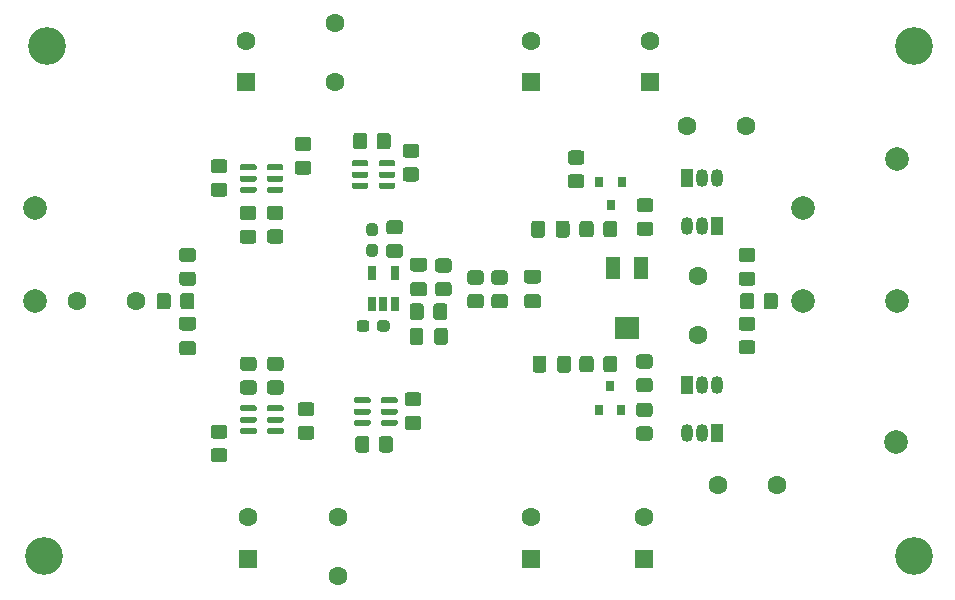
<source format=gbr>
G04 #@! TF.GenerationSoftware,KiCad,Pcbnew,(5.1.10-0-10_14)*
G04 #@! TF.CreationDate,2021-05-19T18:15:00+02:00*
G04 #@! TF.ProjectId,pre-amp-discret,7072652d-616d-4702-9d64-697363726574,rev?*
G04 #@! TF.SameCoordinates,Original*
G04 #@! TF.FileFunction,Soldermask,Top*
G04 #@! TF.FilePolarity,Negative*
%FSLAX46Y46*%
G04 Gerber Fmt 4.6, Leading zero omitted, Abs format (unit mm)*
G04 Created by KiCad (PCBNEW (5.1.10-0-10_14)) date 2021-05-19 18:15:00*
%MOMM*%
%LPD*%
G01*
G04 APERTURE LIST*
%ADD10R,0.650000X1.220000*%
%ADD11R,1.300000X1.900000*%
%ADD12R,2.000000X1.900000*%
%ADD13C,1.600000*%
%ADD14R,1.050000X1.500000*%
%ADD15O,1.050000X1.500000*%
%ADD16R,0.800000X0.900000*%
%ADD17R,1.600000X1.600000*%
%ADD18C,2.000000*%
%ADD19C,3.200000*%
G04 APERTURE END LIST*
D10*
X153797000Y-119554000D03*
X155697000Y-119554000D03*
X155697000Y-122174000D03*
X154747000Y-122174000D03*
X153797000Y-122174000D03*
G36*
G01*
X158175500Y-122358999D02*
X158175500Y-123259001D01*
G75*
G02*
X157925501Y-123509000I-249999J0D01*
G01*
X157225499Y-123509000D01*
G75*
G02*
X156975500Y-123259001I0J249999D01*
G01*
X156975500Y-122358999D01*
G75*
G02*
X157225499Y-122109000I249999J0D01*
G01*
X157925501Y-122109000D01*
G75*
G02*
X158175500Y-122358999I0J-249999D01*
G01*
G37*
G36*
G01*
X160175500Y-122358999D02*
X160175500Y-123259001D01*
G75*
G02*
X159925501Y-123509000I-249999J0D01*
G01*
X159225499Y-123509000D01*
G75*
G02*
X158975500Y-123259001I0J249999D01*
G01*
X158975500Y-122358999D01*
G75*
G02*
X159225499Y-122109000I249999J0D01*
G01*
X159925501Y-122109000D01*
G75*
G02*
X160175500Y-122358999I0J-249999D01*
G01*
G37*
G36*
G01*
X160279501Y-119504000D02*
X159379499Y-119504000D01*
G75*
G02*
X159129500Y-119254001I0J249999D01*
G01*
X159129500Y-118553999D01*
G75*
G02*
X159379499Y-118304000I249999J0D01*
G01*
X160279501Y-118304000D01*
G75*
G02*
X160529500Y-118553999I0J-249999D01*
G01*
X160529500Y-119254001D01*
G75*
G02*
X160279501Y-119504000I-249999J0D01*
G01*
G37*
G36*
G01*
X160279501Y-121504000D02*
X159379499Y-121504000D01*
G75*
G02*
X159129500Y-121254001I0J249999D01*
G01*
X159129500Y-120553999D01*
G75*
G02*
X159379499Y-120304000I249999J0D01*
G01*
X160279501Y-120304000D01*
G75*
G02*
X160529500Y-120553999I0J-249999D01*
G01*
X160529500Y-121254001D01*
G75*
G02*
X160279501Y-121504000I-249999J0D01*
G01*
G37*
G36*
G01*
X156152001Y-116265500D02*
X155251999Y-116265500D01*
G75*
G02*
X155002000Y-116015501I0J249999D01*
G01*
X155002000Y-115315499D01*
G75*
G02*
X155251999Y-115065500I249999J0D01*
G01*
X156152001Y-115065500D01*
G75*
G02*
X156402000Y-115315499I0J-249999D01*
G01*
X156402000Y-116015501D01*
G75*
G02*
X156152001Y-116265500I-249999J0D01*
G01*
G37*
G36*
G01*
X156152001Y-118265500D02*
X155251999Y-118265500D01*
G75*
G02*
X155002000Y-118015501I0J249999D01*
G01*
X155002000Y-117315499D01*
G75*
G02*
X155251999Y-117065500I249999J0D01*
G01*
X156152001Y-117065500D01*
G75*
G02*
X156402000Y-117315499I0J-249999D01*
G01*
X156402000Y-118015501D01*
G75*
G02*
X156152001Y-118265500I-249999J0D01*
G01*
G37*
G36*
G01*
X158151500Y-124429500D02*
X158151500Y-125379500D01*
G75*
G02*
X157901500Y-125629500I-250000J0D01*
G01*
X157226500Y-125629500D01*
G75*
G02*
X156976500Y-125379500I0J250000D01*
G01*
X156976500Y-124429500D01*
G75*
G02*
X157226500Y-124179500I250000J0D01*
G01*
X157901500Y-124179500D01*
G75*
G02*
X158151500Y-124429500I0J-250000D01*
G01*
G37*
G36*
G01*
X160226500Y-124429500D02*
X160226500Y-125379500D01*
G75*
G02*
X159976500Y-125629500I-250000J0D01*
G01*
X159301500Y-125629500D01*
G75*
G02*
X159051500Y-125379500I0J250000D01*
G01*
X159051500Y-124429500D01*
G75*
G02*
X159301500Y-124179500I250000J0D01*
G01*
X159976500Y-124179500D01*
G75*
G02*
X160226500Y-124429500I0J-250000D01*
G01*
G37*
G36*
G01*
X154212000Y-124253000D02*
X154212000Y-123778000D01*
G75*
G02*
X154449500Y-123540500I237500J0D01*
G01*
X155049500Y-123540500D01*
G75*
G02*
X155287000Y-123778000I0J-237500D01*
G01*
X155287000Y-124253000D01*
G75*
G02*
X155049500Y-124490500I-237500J0D01*
G01*
X154449500Y-124490500D01*
G75*
G02*
X154212000Y-124253000I0J237500D01*
G01*
G37*
G36*
G01*
X152487000Y-124253000D02*
X152487000Y-123778000D01*
G75*
G02*
X152724500Y-123540500I237500J0D01*
G01*
X153324500Y-123540500D01*
G75*
G02*
X153562000Y-123778000I0J-237500D01*
G01*
X153562000Y-124253000D01*
G75*
G02*
X153324500Y-124490500I-237500J0D01*
G01*
X152724500Y-124490500D01*
G75*
G02*
X152487000Y-124253000I0J237500D01*
G01*
G37*
G36*
G01*
X153559500Y-117064500D02*
X154034500Y-117064500D01*
G75*
G02*
X154272000Y-117302000I0J-237500D01*
G01*
X154272000Y-117902000D01*
G75*
G02*
X154034500Y-118139500I-237500J0D01*
G01*
X153559500Y-118139500D01*
G75*
G02*
X153322000Y-117902000I0J237500D01*
G01*
X153322000Y-117302000D01*
G75*
G02*
X153559500Y-117064500I237500J0D01*
G01*
G37*
G36*
G01*
X153559500Y-115339500D02*
X154034500Y-115339500D01*
G75*
G02*
X154272000Y-115577000I0J-237500D01*
G01*
X154272000Y-116177000D01*
G75*
G02*
X154034500Y-116414500I-237500J0D01*
G01*
X153559500Y-116414500D01*
G75*
G02*
X153322000Y-116177000I0J237500D01*
G01*
X153322000Y-115577000D01*
G75*
G02*
X153559500Y-115339500I237500J0D01*
G01*
G37*
G36*
G01*
X158209000Y-119416500D02*
X157259000Y-119416500D01*
G75*
G02*
X157009000Y-119166500I0J250000D01*
G01*
X157009000Y-118491500D01*
G75*
G02*
X157259000Y-118241500I250000J0D01*
G01*
X158209000Y-118241500D01*
G75*
G02*
X158459000Y-118491500I0J-250000D01*
G01*
X158459000Y-119166500D01*
G75*
G02*
X158209000Y-119416500I-250000J0D01*
G01*
G37*
G36*
G01*
X158209000Y-121491500D02*
X157259000Y-121491500D01*
G75*
G02*
X157009000Y-121241500I0J250000D01*
G01*
X157009000Y-120566500D01*
G75*
G02*
X157259000Y-120316500I250000J0D01*
G01*
X158209000Y-120316500D01*
G75*
G02*
X158459000Y-120566500I0J-250000D01*
G01*
X158459000Y-121241500D01*
G75*
G02*
X158209000Y-121491500I-250000J0D01*
G01*
G37*
D11*
X174230000Y-119126000D03*
D12*
X175380000Y-124226000D03*
D11*
X176530000Y-119126000D03*
G36*
G01*
X138626001Y-118615000D02*
X137725999Y-118615000D01*
G75*
G02*
X137476000Y-118365001I0J249999D01*
G01*
X137476000Y-117664999D01*
G75*
G02*
X137725999Y-117415000I249999J0D01*
G01*
X138626001Y-117415000D01*
G75*
G02*
X138876000Y-117664999I0J-249999D01*
G01*
X138876000Y-118365001D01*
G75*
G02*
X138626001Y-118615000I-249999J0D01*
G01*
G37*
G36*
G01*
X138626001Y-120615000D02*
X137725999Y-120615000D01*
G75*
G02*
X137476000Y-120365001I0J249999D01*
G01*
X137476000Y-119664999D01*
G75*
G02*
X137725999Y-119415000I249999J0D01*
G01*
X138626001Y-119415000D01*
G75*
G02*
X138876000Y-119664999I0J-249999D01*
G01*
X138876000Y-120365001D01*
G75*
G02*
X138626001Y-120615000I-249999J0D01*
G01*
G37*
G36*
G01*
X136760000Y-121469999D02*
X136760000Y-122370001D01*
G75*
G02*
X136510001Y-122620000I-249999J0D01*
G01*
X135809999Y-122620000D01*
G75*
G02*
X135560000Y-122370001I0J249999D01*
G01*
X135560000Y-121469999D01*
G75*
G02*
X135809999Y-121220000I249999J0D01*
G01*
X136510001Y-121220000D01*
G75*
G02*
X136760000Y-121469999I0J-249999D01*
G01*
G37*
G36*
G01*
X138760000Y-121469999D02*
X138760000Y-122370001D01*
G75*
G02*
X138510001Y-122620000I-249999J0D01*
G01*
X137809999Y-122620000D01*
G75*
G02*
X137560000Y-122370001I0J249999D01*
G01*
X137560000Y-121469999D01*
G75*
G02*
X137809999Y-121220000I249999J0D01*
G01*
X138510001Y-121220000D01*
G75*
G02*
X138760000Y-121469999I0J-249999D01*
G01*
G37*
G36*
G01*
X138651000Y-124412500D02*
X137701000Y-124412500D01*
G75*
G02*
X137451000Y-124162500I0J250000D01*
G01*
X137451000Y-123487500D01*
G75*
G02*
X137701000Y-123237500I250000J0D01*
G01*
X138651000Y-123237500D01*
G75*
G02*
X138901000Y-123487500I0J-250000D01*
G01*
X138901000Y-124162500D01*
G75*
G02*
X138651000Y-124412500I-250000J0D01*
G01*
G37*
G36*
G01*
X138651000Y-126487500D02*
X137701000Y-126487500D01*
G75*
G02*
X137451000Y-126237500I0J250000D01*
G01*
X137451000Y-125562500D01*
G75*
G02*
X137701000Y-125312500I250000J0D01*
G01*
X138651000Y-125312500D01*
G75*
G02*
X138901000Y-125562500I0J-250000D01*
G01*
X138901000Y-126237500D01*
G75*
G02*
X138651000Y-126487500I-250000J0D01*
G01*
G37*
G36*
G01*
X147758999Y-132464000D02*
X148659001Y-132464000D01*
G75*
G02*
X148909000Y-132713999I0J-249999D01*
G01*
X148909000Y-133414001D01*
G75*
G02*
X148659001Y-133664000I-249999J0D01*
G01*
X147758999Y-133664000D01*
G75*
G02*
X147509000Y-133414001I0J249999D01*
G01*
X147509000Y-132713999D01*
G75*
G02*
X147758999Y-132464000I249999J0D01*
G01*
G37*
G36*
G01*
X147758999Y-130464000D02*
X148659001Y-130464000D01*
G75*
G02*
X148909000Y-130713999I0J-249999D01*
G01*
X148909000Y-131414001D01*
G75*
G02*
X148659001Y-131664000I-249999J0D01*
G01*
X147758999Y-131664000D01*
G75*
G02*
X147509000Y-131414001I0J249999D01*
G01*
X147509000Y-130713999D01*
G75*
G02*
X147758999Y-130464000I249999J0D01*
G01*
G37*
G36*
G01*
X162109999Y-121320000D02*
X163010001Y-121320000D01*
G75*
G02*
X163260000Y-121569999I0J-249999D01*
G01*
X163260000Y-122270001D01*
G75*
G02*
X163010001Y-122520000I-249999J0D01*
G01*
X162109999Y-122520000D01*
G75*
G02*
X161860000Y-122270001I0J249999D01*
G01*
X161860000Y-121569999D01*
G75*
G02*
X162109999Y-121320000I249999J0D01*
G01*
G37*
G36*
G01*
X162109999Y-119320000D02*
X163010001Y-119320000D01*
G75*
G02*
X163260000Y-119569999I0J-249999D01*
G01*
X163260000Y-120270001D01*
G75*
G02*
X163010001Y-120520000I-249999J0D01*
G01*
X162109999Y-120520000D01*
G75*
G02*
X161860000Y-120270001I0J249999D01*
G01*
X161860000Y-119569999D01*
G75*
G02*
X162109999Y-119320000I249999J0D01*
G01*
G37*
G36*
G01*
X168565500Y-126779000D02*
X168565500Y-127729000D01*
G75*
G02*
X168315500Y-127979000I-250000J0D01*
G01*
X167640500Y-127979000D01*
G75*
G02*
X167390500Y-127729000I0J250000D01*
G01*
X167390500Y-126779000D01*
G75*
G02*
X167640500Y-126529000I250000J0D01*
G01*
X168315500Y-126529000D01*
G75*
G02*
X168565500Y-126779000I0J-250000D01*
G01*
G37*
G36*
G01*
X170640500Y-126779000D02*
X170640500Y-127729000D01*
G75*
G02*
X170390500Y-127979000I-250000J0D01*
G01*
X169715500Y-127979000D01*
G75*
G02*
X169465500Y-127729000I0J250000D01*
G01*
X169465500Y-126779000D01*
G75*
G02*
X169715500Y-126529000I250000J0D01*
G01*
X170390500Y-126529000D01*
G75*
G02*
X170640500Y-126779000I0J-250000D01*
G01*
G37*
G36*
G01*
X169338500Y-116299000D02*
X169338500Y-115349000D01*
G75*
G02*
X169588500Y-115099000I250000J0D01*
G01*
X170263500Y-115099000D01*
G75*
G02*
X170513500Y-115349000I0J-250000D01*
G01*
X170513500Y-116299000D01*
G75*
G02*
X170263500Y-116549000I-250000J0D01*
G01*
X169588500Y-116549000D01*
G75*
G02*
X169338500Y-116299000I0J250000D01*
G01*
G37*
G36*
G01*
X167263500Y-116299000D02*
X167263500Y-115349000D01*
G75*
G02*
X167513500Y-115099000I250000J0D01*
G01*
X168188500Y-115099000D01*
G75*
G02*
X168438500Y-115349000I0J-250000D01*
G01*
X168438500Y-116299000D01*
G75*
G02*
X168188500Y-116549000I-250000J0D01*
G01*
X167513500Y-116549000D01*
G75*
G02*
X167263500Y-116299000I0J250000D01*
G01*
G37*
D13*
X180467000Y-107124500D03*
X185467000Y-107124500D03*
X181419500Y-119824500D03*
X181419500Y-124824500D03*
G36*
G01*
X185096999Y-125225000D02*
X185997001Y-125225000D01*
G75*
G02*
X186247000Y-125474999I0J-249999D01*
G01*
X186247000Y-126175001D01*
G75*
G02*
X185997001Y-126425000I-249999J0D01*
G01*
X185096999Y-126425000D01*
G75*
G02*
X184847000Y-126175001I0J249999D01*
G01*
X184847000Y-125474999D01*
G75*
G02*
X185096999Y-125225000I249999J0D01*
G01*
G37*
G36*
G01*
X185096999Y-123225000D02*
X185997001Y-123225000D01*
G75*
G02*
X186247000Y-123474999I0J-249999D01*
G01*
X186247000Y-124175001D01*
G75*
G02*
X185997001Y-124425000I-249999J0D01*
G01*
X185096999Y-124425000D01*
G75*
G02*
X184847000Y-124175001I0J249999D01*
G01*
X184847000Y-123474999D01*
G75*
G02*
X185096999Y-123225000I249999J0D01*
G01*
G37*
G36*
G01*
X185096999Y-119415000D02*
X185997001Y-119415000D01*
G75*
G02*
X186247000Y-119664999I0J-249999D01*
G01*
X186247000Y-120365001D01*
G75*
G02*
X185997001Y-120615000I-249999J0D01*
G01*
X185096999Y-120615000D01*
G75*
G02*
X184847000Y-120365001I0J249999D01*
G01*
X184847000Y-119664999D01*
G75*
G02*
X185096999Y-119415000I249999J0D01*
G01*
G37*
G36*
G01*
X185096999Y-117415000D02*
X185997001Y-117415000D01*
G75*
G02*
X186247000Y-117664999I0J-249999D01*
G01*
X186247000Y-118365001D01*
G75*
G02*
X185997001Y-118615000I-249999J0D01*
G01*
X185096999Y-118615000D01*
G75*
G02*
X184847000Y-118365001I0J249999D01*
G01*
X184847000Y-117664999D01*
G75*
G02*
X185096999Y-117415000I249999J0D01*
G01*
G37*
G36*
G01*
X176397499Y-128432000D02*
X177297501Y-128432000D01*
G75*
G02*
X177547500Y-128681999I0J-249999D01*
G01*
X177547500Y-129382001D01*
G75*
G02*
X177297501Y-129632000I-249999J0D01*
G01*
X176397499Y-129632000D01*
G75*
G02*
X176147500Y-129382001I0J249999D01*
G01*
X176147500Y-128681999D01*
G75*
G02*
X176397499Y-128432000I249999J0D01*
G01*
G37*
G36*
G01*
X176397499Y-126432000D02*
X177297501Y-126432000D01*
G75*
G02*
X177547500Y-126681999I0J-249999D01*
G01*
X177547500Y-127382001D01*
G75*
G02*
X177297501Y-127632000I-249999J0D01*
G01*
X176397499Y-127632000D01*
G75*
G02*
X176147500Y-127382001I0J249999D01*
G01*
X176147500Y-126681999D01*
G75*
G02*
X176397499Y-126432000I249999J0D01*
G01*
G37*
G36*
G01*
X176460999Y-115192000D02*
X177361001Y-115192000D01*
G75*
G02*
X177611000Y-115441999I0J-249999D01*
G01*
X177611000Y-116142001D01*
G75*
G02*
X177361001Y-116392000I-249999J0D01*
G01*
X176460999Y-116392000D01*
G75*
G02*
X176211000Y-116142001I0J249999D01*
G01*
X176211000Y-115441999D01*
G75*
G02*
X176460999Y-115192000I249999J0D01*
G01*
G37*
G36*
G01*
X176460999Y-113192000D02*
X177361001Y-113192000D01*
G75*
G02*
X177611000Y-113441999I0J-249999D01*
G01*
X177611000Y-114142001D01*
G75*
G02*
X177361001Y-114392000I-249999J0D01*
G01*
X176460999Y-114392000D01*
G75*
G02*
X176211000Y-114142001I0J249999D01*
G01*
X176211000Y-113441999D01*
G75*
G02*
X176460999Y-113192000I249999J0D01*
G01*
G37*
G36*
G01*
X173358000Y-127704001D02*
X173358000Y-126803999D01*
G75*
G02*
X173607999Y-126554000I249999J0D01*
G01*
X174308001Y-126554000D01*
G75*
G02*
X174558000Y-126803999I0J-249999D01*
G01*
X174558000Y-127704001D01*
G75*
G02*
X174308001Y-127954000I-249999J0D01*
G01*
X173607999Y-127954000D01*
G75*
G02*
X173358000Y-127704001I0J249999D01*
G01*
G37*
G36*
G01*
X171358000Y-127704001D02*
X171358000Y-126803999D01*
G75*
G02*
X171607999Y-126554000I249999J0D01*
G01*
X172308001Y-126554000D01*
G75*
G02*
X172558000Y-126803999I0J-249999D01*
G01*
X172558000Y-127704001D01*
G75*
G02*
X172308001Y-127954000I-249999J0D01*
G01*
X171607999Y-127954000D01*
G75*
G02*
X171358000Y-127704001I0J249999D01*
G01*
G37*
G36*
G01*
X172558000Y-115373999D02*
X172558000Y-116274001D01*
G75*
G02*
X172308001Y-116524000I-249999J0D01*
G01*
X171607999Y-116524000D01*
G75*
G02*
X171358000Y-116274001I0J249999D01*
G01*
X171358000Y-115373999D01*
G75*
G02*
X171607999Y-115124000I249999J0D01*
G01*
X172308001Y-115124000D01*
G75*
G02*
X172558000Y-115373999I0J-249999D01*
G01*
G37*
G36*
G01*
X174558000Y-115373999D02*
X174558000Y-116274001D01*
G75*
G02*
X174308001Y-116524000I-249999J0D01*
G01*
X173607999Y-116524000D01*
G75*
G02*
X173358000Y-116274001I0J249999D01*
G01*
X173358000Y-115373999D01*
G75*
G02*
X173607999Y-115124000I249999J0D01*
G01*
X174308001Y-115124000D01*
G75*
G02*
X174558000Y-115373999I0J-249999D01*
G01*
G37*
D14*
X183007000Y-133096000D03*
D15*
X180467000Y-133096000D03*
X181737000Y-133096000D03*
D14*
X180467000Y-111506000D03*
D15*
X183007000Y-111506000D03*
X181737000Y-111506000D03*
D14*
X180467000Y-129032000D03*
D15*
X183007000Y-129032000D03*
X181737000Y-129032000D03*
D14*
X183007000Y-115570000D03*
D15*
X180467000Y-115570000D03*
X181737000Y-115570000D03*
D16*
X173926500Y-129095500D03*
X174876500Y-131095500D03*
X172976500Y-131095500D03*
G36*
G01*
X144893000Y-131125500D02*
X144893000Y-130875500D01*
G75*
G02*
X145018000Y-130750500I125000J0D01*
G01*
X146193000Y-130750500D01*
G75*
G02*
X146318000Y-130875500I0J-125000D01*
G01*
X146318000Y-131125500D01*
G75*
G02*
X146193000Y-131250500I-125000J0D01*
G01*
X145018000Y-131250500D01*
G75*
G02*
X144893000Y-131125500I0J125000D01*
G01*
G37*
G36*
G01*
X144893000Y-132075500D02*
X144893000Y-131825500D01*
G75*
G02*
X145018000Y-131700500I125000J0D01*
G01*
X146193000Y-131700500D01*
G75*
G02*
X146318000Y-131825500I0J-125000D01*
G01*
X146318000Y-132075500D01*
G75*
G02*
X146193000Y-132200500I-125000J0D01*
G01*
X145018000Y-132200500D01*
G75*
G02*
X144893000Y-132075500I0J125000D01*
G01*
G37*
G36*
G01*
X144893000Y-133025500D02*
X144893000Y-132775500D01*
G75*
G02*
X145018000Y-132650500I125000J0D01*
G01*
X146193000Y-132650500D01*
G75*
G02*
X146318000Y-132775500I0J-125000D01*
G01*
X146318000Y-133025500D01*
G75*
G02*
X146193000Y-133150500I-125000J0D01*
G01*
X145018000Y-133150500D01*
G75*
G02*
X144893000Y-133025500I0J125000D01*
G01*
G37*
G36*
G01*
X142618000Y-133025500D02*
X142618000Y-132775500D01*
G75*
G02*
X142743000Y-132650500I125000J0D01*
G01*
X143918000Y-132650500D01*
G75*
G02*
X144043000Y-132775500I0J-125000D01*
G01*
X144043000Y-133025500D01*
G75*
G02*
X143918000Y-133150500I-125000J0D01*
G01*
X142743000Y-133150500D01*
G75*
G02*
X142618000Y-133025500I0J125000D01*
G01*
G37*
G36*
G01*
X142618000Y-132075500D02*
X142618000Y-131825500D01*
G75*
G02*
X142743000Y-131700500I125000J0D01*
G01*
X143918000Y-131700500D01*
G75*
G02*
X144043000Y-131825500I0J-125000D01*
G01*
X144043000Y-132075500D01*
G75*
G02*
X143918000Y-132200500I-125000J0D01*
G01*
X142743000Y-132200500D01*
G75*
G02*
X142618000Y-132075500I0J125000D01*
G01*
G37*
G36*
G01*
X142618000Y-131125500D02*
X142618000Y-130875500D01*
G75*
G02*
X142743000Y-130750500I125000J0D01*
G01*
X143918000Y-130750500D01*
G75*
G02*
X144043000Y-130875500I0J-125000D01*
G01*
X144043000Y-131125500D01*
G75*
G02*
X143918000Y-131250500I-125000J0D01*
G01*
X142743000Y-131250500D01*
G75*
G02*
X142618000Y-131125500I0J125000D01*
G01*
G37*
G36*
G01*
X153493500Y-112023700D02*
X153493500Y-112273700D01*
G75*
G02*
X153368500Y-112398700I-125000J0D01*
G01*
X152193500Y-112398700D01*
G75*
G02*
X152068500Y-112273700I0J125000D01*
G01*
X152068500Y-112023700D01*
G75*
G02*
X152193500Y-111898700I125000J0D01*
G01*
X153368500Y-111898700D01*
G75*
G02*
X153493500Y-112023700I0J-125000D01*
G01*
G37*
G36*
G01*
X153493500Y-111073700D02*
X153493500Y-111323700D01*
G75*
G02*
X153368500Y-111448700I-125000J0D01*
G01*
X152193500Y-111448700D01*
G75*
G02*
X152068500Y-111323700I0J125000D01*
G01*
X152068500Y-111073700D01*
G75*
G02*
X152193500Y-110948700I125000J0D01*
G01*
X153368500Y-110948700D01*
G75*
G02*
X153493500Y-111073700I0J-125000D01*
G01*
G37*
G36*
G01*
X153493500Y-110123700D02*
X153493500Y-110373700D01*
G75*
G02*
X153368500Y-110498700I-125000J0D01*
G01*
X152193500Y-110498700D01*
G75*
G02*
X152068500Y-110373700I0J125000D01*
G01*
X152068500Y-110123700D01*
G75*
G02*
X152193500Y-109998700I125000J0D01*
G01*
X153368500Y-109998700D01*
G75*
G02*
X153493500Y-110123700I0J-125000D01*
G01*
G37*
G36*
G01*
X155768500Y-110123700D02*
X155768500Y-110373700D01*
G75*
G02*
X155643500Y-110498700I-125000J0D01*
G01*
X154468500Y-110498700D01*
G75*
G02*
X154343500Y-110373700I0J125000D01*
G01*
X154343500Y-110123700D01*
G75*
G02*
X154468500Y-109998700I125000J0D01*
G01*
X155643500Y-109998700D01*
G75*
G02*
X155768500Y-110123700I0J-125000D01*
G01*
G37*
G36*
G01*
X155768500Y-111073700D02*
X155768500Y-111323700D01*
G75*
G02*
X155643500Y-111448700I-125000J0D01*
G01*
X154468500Y-111448700D01*
G75*
G02*
X154343500Y-111323700I0J125000D01*
G01*
X154343500Y-111073700D01*
G75*
G02*
X154468500Y-110948700I125000J0D01*
G01*
X155643500Y-110948700D01*
G75*
G02*
X155768500Y-111073700I0J-125000D01*
G01*
G37*
G36*
G01*
X155768500Y-112023700D02*
X155768500Y-112273700D01*
G75*
G02*
X155643500Y-112398700I-125000J0D01*
G01*
X154468500Y-112398700D01*
G75*
G02*
X154343500Y-112273700I0J125000D01*
G01*
X154343500Y-112023700D01*
G75*
G02*
X154468500Y-111898700I125000J0D01*
G01*
X155643500Y-111898700D01*
G75*
G02*
X155768500Y-112023700I0J-125000D01*
G01*
G37*
G36*
G01*
X144869300Y-110721600D02*
X144869300Y-110471600D01*
G75*
G02*
X144994300Y-110346600I125000J0D01*
G01*
X146169300Y-110346600D01*
G75*
G02*
X146294300Y-110471600I0J-125000D01*
G01*
X146294300Y-110721600D01*
G75*
G02*
X146169300Y-110846600I-125000J0D01*
G01*
X144994300Y-110846600D01*
G75*
G02*
X144869300Y-110721600I0J125000D01*
G01*
G37*
G36*
G01*
X144869300Y-111671600D02*
X144869300Y-111421600D01*
G75*
G02*
X144994300Y-111296600I125000J0D01*
G01*
X146169300Y-111296600D01*
G75*
G02*
X146294300Y-111421600I0J-125000D01*
G01*
X146294300Y-111671600D01*
G75*
G02*
X146169300Y-111796600I-125000J0D01*
G01*
X144994300Y-111796600D01*
G75*
G02*
X144869300Y-111671600I0J125000D01*
G01*
G37*
G36*
G01*
X144869300Y-112621600D02*
X144869300Y-112371600D01*
G75*
G02*
X144994300Y-112246600I125000J0D01*
G01*
X146169300Y-112246600D01*
G75*
G02*
X146294300Y-112371600I0J-125000D01*
G01*
X146294300Y-112621600D01*
G75*
G02*
X146169300Y-112746600I-125000J0D01*
G01*
X144994300Y-112746600D01*
G75*
G02*
X144869300Y-112621600I0J125000D01*
G01*
G37*
G36*
G01*
X142594300Y-112621600D02*
X142594300Y-112371600D01*
G75*
G02*
X142719300Y-112246600I125000J0D01*
G01*
X143894300Y-112246600D01*
G75*
G02*
X144019300Y-112371600I0J-125000D01*
G01*
X144019300Y-112621600D01*
G75*
G02*
X143894300Y-112746600I-125000J0D01*
G01*
X142719300Y-112746600D01*
G75*
G02*
X142594300Y-112621600I0J125000D01*
G01*
G37*
G36*
G01*
X142594300Y-111671600D02*
X142594300Y-111421600D01*
G75*
G02*
X142719300Y-111296600I125000J0D01*
G01*
X143894300Y-111296600D01*
G75*
G02*
X144019300Y-111421600I0J-125000D01*
G01*
X144019300Y-111671600D01*
G75*
G02*
X143894300Y-111796600I-125000J0D01*
G01*
X142719300Y-111796600D01*
G75*
G02*
X142594300Y-111671600I0J125000D01*
G01*
G37*
G36*
G01*
X142594300Y-110721600D02*
X142594300Y-110471600D01*
G75*
G02*
X142719300Y-110346600I125000J0D01*
G01*
X143894300Y-110346600D01*
G75*
G02*
X144019300Y-110471600I0J-125000D01*
G01*
X144019300Y-110721600D01*
G75*
G02*
X143894300Y-110846600I-125000J0D01*
G01*
X142719300Y-110846600D01*
G75*
G02*
X142594300Y-110721600I0J125000D01*
G01*
G37*
G36*
G01*
X154529300Y-130439700D02*
X154529300Y-130189700D01*
G75*
G02*
X154654300Y-130064700I125000J0D01*
G01*
X155829300Y-130064700D01*
G75*
G02*
X155954300Y-130189700I0J-125000D01*
G01*
X155954300Y-130439700D01*
G75*
G02*
X155829300Y-130564700I-125000J0D01*
G01*
X154654300Y-130564700D01*
G75*
G02*
X154529300Y-130439700I0J125000D01*
G01*
G37*
G36*
G01*
X154529300Y-131389700D02*
X154529300Y-131139700D01*
G75*
G02*
X154654300Y-131014700I125000J0D01*
G01*
X155829300Y-131014700D01*
G75*
G02*
X155954300Y-131139700I0J-125000D01*
G01*
X155954300Y-131389700D01*
G75*
G02*
X155829300Y-131514700I-125000J0D01*
G01*
X154654300Y-131514700D01*
G75*
G02*
X154529300Y-131389700I0J125000D01*
G01*
G37*
G36*
G01*
X154529300Y-132339700D02*
X154529300Y-132089700D01*
G75*
G02*
X154654300Y-131964700I125000J0D01*
G01*
X155829300Y-131964700D01*
G75*
G02*
X155954300Y-132089700I0J-125000D01*
G01*
X155954300Y-132339700D01*
G75*
G02*
X155829300Y-132464700I-125000J0D01*
G01*
X154654300Y-132464700D01*
G75*
G02*
X154529300Y-132339700I0J125000D01*
G01*
G37*
G36*
G01*
X152254300Y-132339700D02*
X152254300Y-132089700D01*
G75*
G02*
X152379300Y-131964700I125000J0D01*
G01*
X153554300Y-131964700D01*
G75*
G02*
X153679300Y-132089700I0J-125000D01*
G01*
X153679300Y-132339700D01*
G75*
G02*
X153554300Y-132464700I-125000J0D01*
G01*
X152379300Y-132464700D01*
G75*
G02*
X152254300Y-132339700I0J125000D01*
G01*
G37*
G36*
G01*
X152254300Y-131389700D02*
X152254300Y-131139700D01*
G75*
G02*
X152379300Y-131014700I125000J0D01*
G01*
X153554300Y-131014700D01*
G75*
G02*
X153679300Y-131139700I0J-125000D01*
G01*
X153679300Y-131389700D01*
G75*
G02*
X153554300Y-131514700I-125000J0D01*
G01*
X152379300Y-131514700D01*
G75*
G02*
X152254300Y-131389700I0J125000D01*
G01*
G37*
G36*
G01*
X152254300Y-130439700D02*
X152254300Y-130189700D01*
G75*
G02*
X152379300Y-130064700I125000J0D01*
G01*
X153554300Y-130064700D01*
G75*
G02*
X153679300Y-130189700I0J-125000D01*
G01*
X153679300Y-130439700D01*
G75*
G02*
X153554300Y-130564700I-125000J0D01*
G01*
X152379300Y-130564700D01*
G75*
G02*
X152254300Y-130439700I0J125000D01*
G01*
G37*
D13*
X177355500Y-99878000D03*
D17*
X177355500Y-103378000D03*
D13*
X167259000Y-140208000D03*
D17*
X167259000Y-143708000D03*
D13*
X167259000Y-99878000D03*
D17*
X167259000Y-103378000D03*
G36*
G01*
X186147000Y-121469999D02*
X186147000Y-122370001D01*
G75*
G02*
X185897001Y-122620000I-249999J0D01*
G01*
X185196999Y-122620000D01*
G75*
G02*
X184947000Y-122370001I0J249999D01*
G01*
X184947000Y-121469999D01*
G75*
G02*
X185196999Y-121220000I249999J0D01*
G01*
X185897001Y-121220000D01*
G75*
G02*
X186147000Y-121469999I0J-249999D01*
G01*
G37*
G36*
G01*
X188147000Y-121469999D02*
X188147000Y-122370001D01*
G75*
G02*
X187897001Y-122620000I-249999J0D01*
G01*
X187196999Y-122620000D01*
G75*
G02*
X186947000Y-122370001I0J249999D01*
G01*
X186947000Y-121469999D01*
G75*
G02*
X187196999Y-121220000I249999J0D01*
G01*
X187897001Y-121220000D01*
G75*
G02*
X188147000Y-121469999I0J-249999D01*
G01*
G37*
G36*
G01*
X176397499Y-132527500D02*
X177297501Y-132527500D01*
G75*
G02*
X177547500Y-132777499I0J-249999D01*
G01*
X177547500Y-133477501D01*
G75*
G02*
X177297501Y-133727500I-249999J0D01*
G01*
X176397499Y-133727500D01*
G75*
G02*
X176147500Y-133477501I0J249999D01*
G01*
X176147500Y-132777499D01*
G75*
G02*
X176397499Y-132527500I249999J0D01*
G01*
G37*
G36*
G01*
X176397499Y-130527500D02*
X177297501Y-130527500D01*
G75*
G02*
X177547500Y-130777499I0J-249999D01*
G01*
X177547500Y-131477501D01*
G75*
G02*
X177297501Y-131727500I-249999J0D01*
G01*
X176397499Y-131727500D01*
G75*
G02*
X176147500Y-131477501I0J249999D01*
G01*
X176147500Y-130777499D01*
G75*
G02*
X176397499Y-130527500I249999J0D01*
G01*
G37*
G36*
G01*
X153571500Y-133585799D02*
X153571500Y-134485801D01*
G75*
G02*
X153321501Y-134735800I-249999J0D01*
G01*
X152621499Y-134735800D01*
G75*
G02*
X152371500Y-134485801I0J249999D01*
G01*
X152371500Y-133585799D01*
G75*
G02*
X152621499Y-133335800I249999J0D01*
G01*
X153321501Y-133335800D01*
G75*
G02*
X153571500Y-133585799I0J-249999D01*
G01*
G37*
G36*
G01*
X155571500Y-133585799D02*
X155571500Y-134485801D01*
G75*
G02*
X155321501Y-134735800I-249999J0D01*
G01*
X154621499Y-134735800D01*
G75*
G02*
X154371500Y-134485801I0J249999D01*
G01*
X154371500Y-133585799D01*
G75*
G02*
X154621499Y-133335800I249999J0D01*
G01*
X155321501Y-133335800D01*
G75*
G02*
X155571500Y-133585799I0J-249999D01*
G01*
G37*
G36*
G01*
X145142799Y-115846300D02*
X146042801Y-115846300D01*
G75*
G02*
X146292800Y-116096299I0J-249999D01*
G01*
X146292800Y-116796301D01*
G75*
G02*
X146042801Y-117046300I-249999J0D01*
G01*
X145142799Y-117046300D01*
G75*
G02*
X144892800Y-116796301I0J249999D01*
G01*
X144892800Y-116096299D01*
G75*
G02*
X145142799Y-115846300I249999J0D01*
G01*
G37*
G36*
G01*
X145142799Y-113846300D02*
X146042801Y-113846300D01*
G75*
G02*
X146292800Y-114096299I0J-249999D01*
G01*
X146292800Y-114796301D01*
G75*
G02*
X146042801Y-115046300I-249999J0D01*
G01*
X145142799Y-115046300D01*
G75*
G02*
X144892800Y-114796301I0J249999D01*
G01*
X144892800Y-114096299D01*
G75*
G02*
X145142799Y-113846300I249999J0D01*
G01*
G37*
G36*
G01*
X140392999Y-111890000D02*
X141293001Y-111890000D01*
G75*
G02*
X141543000Y-112139999I0J-249999D01*
G01*
X141543000Y-112840001D01*
G75*
G02*
X141293001Y-113090000I-249999J0D01*
G01*
X140392999Y-113090000D01*
G75*
G02*
X140143000Y-112840001I0J249999D01*
G01*
X140143000Y-112139999D01*
G75*
G02*
X140392999Y-111890000I249999J0D01*
G01*
G37*
G36*
G01*
X140392999Y-109890000D02*
X141293001Y-109890000D01*
G75*
G02*
X141543000Y-110139999I0J-249999D01*
G01*
X141543000Y-110840001D01*
G75*
G02*
X141293001Y-111090000I-249999J0D01*
G01*
X140392999Y-111090000D01*
G75*
G02*
X140143000Y-110840001I0J249999D01*
G01*
X140143000Y-110139999D01*
G75*
G02*
X140392999Y-109890000I249999J0D01*
G01*
G37*
G36*
G01*
X156814099Y-131625800D02*
X157714101Y-131625800D01*
G75*
G02*
X157964100Y-131875799I0J-249999D01*
G01*
X157964100Y-132575801D01*
G75*
G02*
X157714101Y-132825800I-249999J0D01*
G01*
X156814099Y-132825800D01*
G75*
G02*
X156564100Y-132575801I0J249999D01*
G01*
X156564100Y-131875799D01*
G75*
G02*
X156814099Y-131625800I249999J0D01*
G01*
G37*
G36*
G01*
X156814099Y-129625800D02*
X157714101Y-129625800D01*
G75*
G02*
X157964100Y-129875799I0J-249999D01*
G01*
X157964100Y-130575801D01*
G75*
G02*
X157714101Y-130825800I-249999J0D01*
G01*
X156814099Y-130825800D01*
G75*
G02*
X156564100Y-130575801I0J249999D01*
G01*
X156564100Y-129875799D01*
G75*
G02*
X156814099Y-129625800I249999J0D01*
G01*
G37*
G36*
G01*
X142844099Y-115859000D02*
X143744101Y-115859000D01*
G75*
G02*
X143994100Y-116108999I0J-249999D01*
G01*
X143994100Y-116809001D01*
G75*
G02*
X143744101Y-117059000I-249999J0D01*
G01*
X142844099Y-117059000D01*
G75*
G02*
X142594100Y-116809001I0J249999D01*
G01*
X142594100Y-116108999D01*
G75*
G02*
X142844099Y-115859000I249999J0D01*
G01*
G37*
G36*
G01*
X142844099Y-113859000D02*
X143744101Y-113859000D01*
G75*
G02*
X143994100Y-114108999I0J-249999D01*
G01*
X143994100Y-114809001D01*
G75*
G02*
X143744101Y-115059000I-249999J0D01*
G01*
X142844099Y-115059000D01*
G75*
G02*
X142594100Y-114809001I0J249999D01*
G01*
X142594100Y-114108999D01*
G75*
G02*
X142844099Y-113859000I249999J0D01*
G01*
G37*
G36*
G01*
X147504999Y-110017000D02*
X148405001Y-110017000D01*
G75*
G02*
X148655000Y-110266999I0J-249999D01*
G01*
X148655000Y-110967001D01*
G75*
G02*
X148405001Y-111217000I-249999J0D01*
G01*
X147504999Y-111217000D01*
G75*
G02*
X147255000Y-110967001I0J249999D01*
G01*
X147255000Y-110266999D01*
G75*
G02*
X147504999Y-110017000I249999J0D01*
G01*
G37*
G36*
G01*
X147504999Y-108017000D02*
X148405001Y-108017000D01*
G75*
G02*
X148655000Y-108266999I0J-249999D01*
G01*
X148655000Y-108967001D01*
G75*
G02*
X148405001Y-109217000I-249999J0D01*
G01*
X147504999Y-109217000D01*
G75*
G02*
X147255000Y-108967001I0J249999D01*
G01*
X147255000Y-108266999D01*
G75*
G02*
X147504999Y-108017000I249999J0D01*
G01*
G37*
D13*
X143256000Y-140208000D03*
D17*
X143256000Y-143708000D03*
D13*
X143129000Y-99878000D03*
D17*
X143129000Y-103378000D03*
D13*
X176784000Y-140208000D03*
D17*
X176784000Y-143708000D03*
D13*
X150876000Y-145208000D03*
X150876000Y-140208000D03*
X150622000Y-103378000D03*
X150622000Y-98378000D03*
X188070500Y-137477500D03*
X183070500Y-137477500D03*
D18*
X190246000Y-114046000D03*
X190246000Y-121920000D03*
X198247000Y-121920000D03*
X125222000Y-121920000D03*
X198183500Y-133858000D03*
X125222000Y-114046000D03*
X198247000Y-109855000D03*
G36*
G01*
X154181000Y-108819101D02*
X154181000Y-107919099D01*
G75*
G02*
X154430999Y-107669100I249999J0D01*
G01*
X155131001Y-107669100D01*
G75*
G02*
X155381000Y-107919099I0J-249999D01*
G01*
X155381000Y-108819101D01*
G75*
G02*
X155131001Y-109069100I-249999J0D01*
G01*
X154430999Y-109069100D01*
G75*
G02*
X154181000Y-108819101I0J249999D01*
G01*
G37*
G36*
G01*
X152181000Y-108819101D02*
X152181000Y-107919099D01*
G75*
G02*
X152430999Y-107669100I249999J0D01*
G01*
X153131001Y-107669100D01*
G75*
G02*
X153381000Y-107919099I0J-249999D01*
G01*
X153381000Y-108819101D01*
G75*
G02*
X153131001Y-109069100I-249999J0D01*
G01*
X152430999Y-109069100D01*
G75*
G02*
X152181000Y-108819101I0J249999D01*
G01*
G37*
G36*
G01*
X167861000Y-120432500D02*
X166911000Y-120432500D01*
G75*
G02*
X166661000Y-120182500I0J250000D01*
G01*
X166661000Y-119507500D01*
G75*
G02*
X166911000Y-119257500I250000J0D01*
G01*
X167861000Y-119257500D01*
G75*
G02*
X168111000Y-119507500I0J-250000D01*
G01*
X168111000Y-120182500D01*
G75*
G02*
X167861000Y-120432500I-250000J0D01*
G01*
G37*
G36*
G01*
X167861000Y-122507500D02*
X166911000Y-122507500D01*
G75*
G02*
X166661000Y-122257500I0J250000D01*
G01*
X166661000Y-121582500D01*
G75*
G02*
X166911000Y-121332500I250000J0D01*
G01*
X167861000Y-121332500D01*
G75*
G02*
X168111000Y-121582500I0J-250000D01*
G01*
X168111000Y-122257500D01*
G75*
G02*
X167861000Y-122507500I-250000J0D01*
G01*
G37*
G36*
G01*
X170618999Y-111160000D02*
X171519001Y-111160000D01*
G75*
G02*
X171769000Y-111409999I0J-249999D01*
G01*
X171769000Y-112110001D01*
G75*
G02*
X171519001Y-112360000I-249999J0D01*
G01*
X170618999Y-112360000D01*
G75*
G02*
X170369000Y-112110001I0J249999D01*
G01*
X170369000Y-111409999D01*
G75*
G02*
X170618999Y-111160000I249999J0D01*
G01*
G37*
G36*
G01*
X170618999Y-109160000D02*
X171519001Y-109160000D01*
G75*
G02*
X171769000Y-109409999I0J-249999D01*
G01*
X171769000Y-110110001D01*
G75*
G02*
X171519001Y-110360000I-249999J0D01*
G01*
X170618999Y-110360000D01*
G75*
G02*
X170369000Y-110110001I0J249999D01*
G01*
X170369000Y-109409999D01*
G75*
G02*
X170618999Y-109160000I249999J0D01*
G01*
G37*
G36*
G01*
X165042001Y-120520000D02*
X164141999Y-120520000D01*
G75*
G02*
X163892000Y-120270001I0J249999D01*
G01*
X163892000Y-119569999D01*
G75*
G02*
X164141999Y-119320000I249999J0D01*
G01*
X165042001Y-119320000D01*
G75*
G02*
X165292000Y-119569999I0J-249999D01*
G01*
X165292000Y-120270001D01*
G75*
G02*
X165042001Y-120520000I-249999J0D01*
G01*
G37*
G36*
G01*
X165042001Y-122520000D02*
X164141999Y-122520000D01*
G75*
G02*
X163892000Y-122270001I0J249999D01*
G01*
X163892000Y-121569999D01*
G75*
G02*
X164141999Y-121320000I249999J0D01*
G01*
X165042001Y-121320000D01*
G75*
G02*
X165292000Y-121569999I0J-249999D01*
G01*
X165292000Y-122270001D01*
G75*
G02*
X165042001Y-122520000I-249999J0D01*
G01*
G37*
G36*
G01*
X157536301Y-109788500D02*
X156636299Y-109788500D01*
G75*
G02*
X156386300Y-109538501I0J249999D01*
G01*
X156386300Y-108838499D01*
G75*
G02*
X156636299Y-108588500I249999J0D01*
G01*
X157536301Y-108588500D01*
G75*
G02*
X157786300Y-108838499I0J-249999D01*
G01*
X157786300Y-109538501D01*
G75*
G02*
X157536301Y-109788500I-249999J0D01*
G01*
G37*
G36*
G01*
X157536301Y-111788500D02*
X156636299Y-111788500D01*
G75*
G02*
X156386300Y-111538501I0J249999D01*
G01*
X156386300Y-110838499D01*
G75*
G02*
X156636299Y-110588500I249999J0D01*
G01*
X157536301Y-110588500D01*
G75*
G02*
X157786300Y-110838499I0J-249999D01*
G01*
X157786300Y-111538501D01*
G75*
G02*
X157536301Y-111788500I-249999J0D01*
G01*
G37*
G36*
G01*
X140392999Y-134369000D02*
X141293001Y-134369000D01*
G75*
G02*
X141543000Y-134618999I0J-249999D01*
G01*
X141543000Y-135319001D01*
G75*
G02*
X141293001Y-135569000I-249999J0D01*
G01*
X140392999Y-135569000D01*
G75*
G02*
X140143000Y-135319001I0J249999D01*
G01*
X140143000Y-134618999D01*
G75*
G02*
X140392999Y-134369000I249999J0D01*
G01*
G37*
G36*
G01*
X140392999Y-132369000D02*
X141293001Y-132369000D01*
G75*
G02*
X141543000Y-132618999I0J-249999D01*
G01*
X141543000Y-133319001D01*
G75*
G02*
X141293001Y-133569000I-249999J0D01*
G01*
X140392999Y-133569000D01*
G75*
G02*
X140143000Y-133319001I0J249999D01*
G01*
X140143000Y-132618999D01*
G75*
G02*
X140392999Y-132369000I249999J0D01*
G01*
G37*
G36*
G01*
X145155499Y-128622500D02*
X146055501Y-128622500D01*
G75*
G02*
X146305500Y-128872499I0J-249999D01*
G01*
X146305500Y-129572501D01*
G75*
G02*
X146055501Y-129822500I-249999J0D01*
G01*
X145155499Y-129822500D01*
G75*
G02*
X144905500Y-129572501I0J249999D01*
G01*
X144905500Y-128872499D01*
G75*
G02*
X145155499Y-128622500I249999J0D01*
G01*
G37*
G36*
G01*
X145155499Y-126622500D02*
X146055501Y-126622500D01*
G75*
G02*
X146305500Y-126872499I0J-249999D01*
G01*
X146305500Y-127572501D01*
G75*
G02*
X146055501Y-127822500I-249999J0D01*
G01*
X145155499Y-127822500D01*
G75*
G02*
X144905500Y-127572501I0J249999D01*
G01*
X144905500Y-126872499D01*
G75*
G02*
X145155499Y-126622500I249999J0D01*
G01*
G37*
G36*
G01*
X142869499Y-128622500D02*
X143769501Y-128622500D01*
G75*
G02*
X144019500Y-128872499I0J-249999D01*
G01*
X144019500Y-129572501D01*
G75*
G02*
X143769501Y-129822500I-249999J0D01*
G01*
X142869499Y-129822500D01*
G75*
G02*
X142619500Y-129572501I0J249999D01*
G01*
X142619500Y-128872499D01*
G75*
G02*
X142869499Y-128622500I249999J0D01*
G01*
G37*
G36*
G01*
X142869499Y-126622500D02*
X143769501Y-126622500D01*
G75*
G02*
X144019500Y-126872499I0J-249999D01*
G01*
X144019500Y-127572501D01*
G75*
G02*
X143769501Y-127822500I-249999J0D01*
G01*
X142869499Y-127822500D01*
G75*
G02*
X142619500Y-127572501I0J249999D01*
G01*
X142619500Y-126872499D01*
G75*
G02*
X142869499Y-126622500I249999J0D01*
G01*
G37*
D16*
X173990000Y-113792000D03*
X173040000Y-111792000D03*
X174940000Y-111792000D03*
D19*
X126238000Y-100330000D03*
X125984000Y-143510000D03*
X199644000Y-143510000D03*
X199644000Y-100330000D03*
D13*
X128778000Y-121920000D03*
X133778000Y-121920000D03*
M02*

</source>
